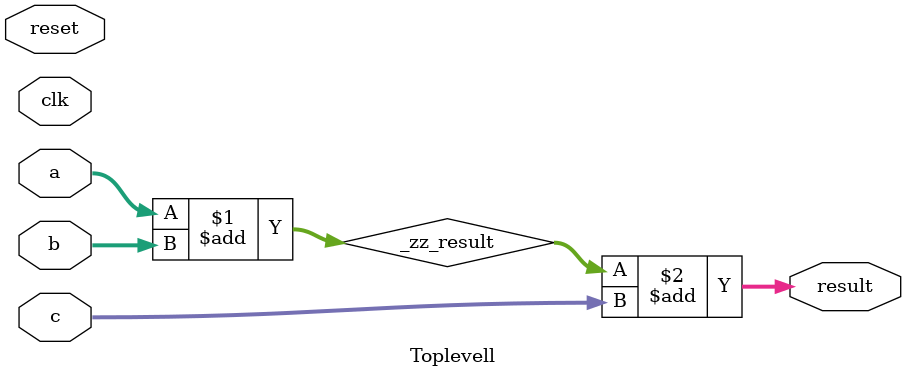
<source format=v>

`timescale 1ns/1ps

module Toplevell (
  input      [7:0]    a,
  input      [7:0]    b,
  input      [7:0]    c,
  output     [7:0]    result,
  input               clk,
  input               reset
);

  wire       [7:0]    _zz_result;
  reg        [1:0]    state;
  wire                when_file3_l13;
  wire                when_file3_l20;
  wire                when_file3_l27;

  assign _zz_result = (a + b);
  assign result = (_zz_result + c); // @[BaseType.scala 299:24]
  assign when_file3_l13 = (b < a); // @[BaseType.scala 305:24]
  assign when_file3_l20 = (c < a); // @[BaseType.scala 305:24]
  assign when_file3_l27 = (c < b); // @[BaseType.scala 305:24]
  always @(posedge clk or posedge reset) begin
    if(reset) begin
      state <= 2'b00; // @[Data.scala 400:33]
    end else begin
      case(state)
        2'b00 : begin
          if(when_file3_l13) begin
            state <= 2'b01; // @[file3.scala 14:15]
          end else begin
            state <= 2'b10; // @[file3.scala 16:15]
          end
        end
        2'b01 : begin
          if(when_file3_l20) begin
            state <= 2'b10; // @[file3.scala 21:15]
          end else begin
            state <= 2'b00; // @[file3.scala 23:15]
          end
        end
        2'b10 : begin
          if(when_file3_l27) begin
            state <= 2'b00; // @[file3.scala 28:15]
          end else begin
            state <= 2'b01; // @[file3.scala 30:15]
          end
        end
        default : begin
        end
      endcase
    end
  end


endmodule

</source>
